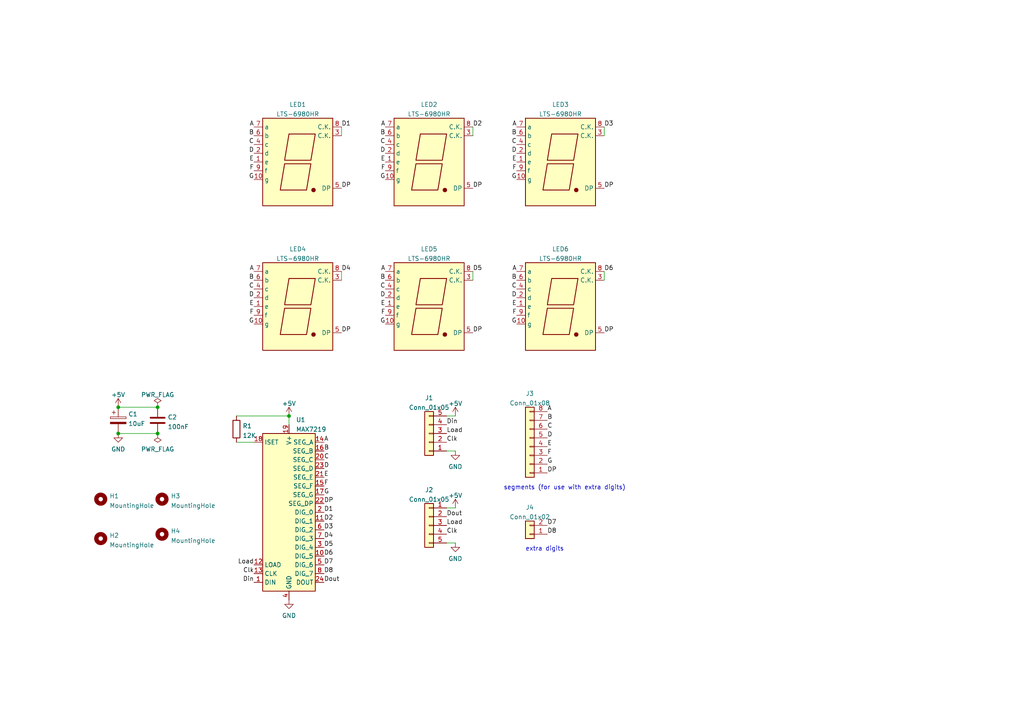
<source format=kicad_sch>
(kicad_sch (version 20211123) (generator eeschema)
  (paper "A4")
  (lib_symbols
    (symbol "Connector_Generic:Conn_01x02" (pin_names (offset 1.016) hide)
      (property "Reference" "J" (at 0 2.54 0))
      (property "Value" "Conn_01x02" (at 0 -5.08 0))
      (symbol "Conn_01x02_1_1"
        (rectangle (start -1.27 -2.413) (end 0 -2.667) (stroke (width 0.1524)))
        (rectangle (start -1.27 0.127) (end 0 -0.127) (stroke (width 0.1524)))
        (rectangle (start -1.27 1.27) (end 1.27 -3.81) (stroke (width 0.254)) (fill (type background)))
        (pin passive line (at -5.08 0 0) (length 3.81) (name "Pin_1") (number "1"))
        (pin passive line (at -5.08 -2.54 0) (length 3.81) (name "Pin_2") (number "2"))
      )
    )
    (symbol "Connector_Generic:Conn_01x05" (pin_names (offset 1.016) hide)
      (property "Reference" "J" (at 0 7.62 0))
      (property "Value" "Conn_01x05" (at 0 -7.62 0))
      (symbol "Conn_01x05_1_1"
        (rectangle (start -1.27 -4.953) (end 0 -5.207) (stroke (width 0.1524)))
        (rectangle (start -1.27 -2.413) (end 0 -2.667) (stroke (width 0.1524)))
        (rectangle (start -1.27 0.127) (end 0 -0.127) (stroke (width 0.1524)))
        (rectangle (start -1.27 2.667) (end 0 2.413) (stroke (width 0.1524)))
        (rectangle (start -1.27 5.207) (end 0 4.953) (stroke (width 0.1524)))
        (rectangle (start -1.27 6.35) (end 1.27 -6.35) (stroke (width 0.254)) (fill (type background)))
        (pin passive line (at -5.08 5.08 0) (length 3.81) (name "Pin_1") (number "1"))
        (pin passive line (at -5.08 2.54 0) (length 3.81) (name "Pin_2") (number "2"))
        (pin passive line (at -5.08 0 0) (length 3.81) (name "Pin_3") (number "3"))
        (pin passive line (at -5.08 -2.54 0) (length 3.81) (name "Pin_4") (number "4"))
        (pin passive line (at -5.08 -5.08 0) (length 3.81) (name "Pin_5") (number "5"))
      )
    )
    (symbol "Connector_Generic:Conn_01x08" (pin_names (offset 1.016) hide)
      (property "Reference" "J" (at 0 10.16 0))
      (property "Value" "Conn_01x08" (at 0 -12.7 0))
      (symbol "Conn_01x08_1_1"
        (rectangle (start -1.27 -10.033) (end 0 -10.287) (stroke (width 0.1524)))
        (rectangle (start -1.27 -7.493) (end 0 -7.747) (stroke (width 0.1524)))
        (rectangle (start -1.27 -4.953) (end 0 -5.207) (stroke (width 0.1524)))
        (rectangle (start -1.27 -2.413) (end 0 -2.667) (stroke (width 0.1524)))
        (rectangle (start -1.27 0.127) (end 0 -0.127) (stroke (width 0.1524)))
        (rectangle (start -1.27 2.667) (end 0 2.413) (stroke (width 0.1524)))
        (rectangle (start -1.27 5.207) (end 0 4.953) (stroke (width 0.1524)))
        (rectangle (start -1.27 7.747) (end 0 7.493) (stroke (width 0.1524)))
        (rectangle (start -1.27 8.89) (end 1.27 -11.43) (stroke (width 0.254)) (fill (type background)))
        (pin passive line (at -5.08 7.62 0) (length 3.81) (name "Pin_1") (number "1"))
        (pin passive line (at -5.08 5.08 0) (length 3.81) (name "Pin_2") (number "2"))
        (pin passive line (at -5.08 2.54 0) (length 3.81) (name "Pin_3") (number "3"))
        (pin passive line (at -5.08 0 0) (length 3.81) (name "Pin_4") (number "4"))
        (pin passive line (at -5.08 -2.54 0) (length 3.81) (name "Pin_5") (number "5"))
        (pin passive line (at -5.08 -5.08 0) (length 3.81) (name "Pin_6") (number "6"))
        (pin passive line (at -5.08 -7.62 0) (length 3.81) (name "Pin_7") (number "7"))
        (pin passive line (at -5.08 -10.16 0) (length 3.81) (name "Pin_8") (number "8"))
      )
    )
    (symbol "Device:C" (pin_numbers hide) (pin_names (offset 0.254))
      (property "Reference" "C" (at 0.635 2.54 0))
      (property "Value" "C" (at 0.635 -2.54 0))
      (symbol "C_0_1"
        (polyline (pts (xy -2.032 -0.762) (xy 2.032 -0.762)) (stroke (width 0.508)))
        (polyline (pts (xy -2.032 0.762) (xy 2.032 0.762)) (stroke (width 0.508)))
      )
      (symbol "C_1_1"
        (pin passive line (at 0 3.81 270) (length 2.794) (name "~") (number "1"))
        (pin passive line (at 0 -3.81 90) (length 2.794) (name "~") (number "2"))
      )
    )
    (symbol "Device:C_Polarized" (pin_numbers hide) (pin_names (offset 0.254))
      (property "Reference" "C" (at 0.635 2.54 0))
      (property "Value" "C_Polarized" (at 0.635 -2.54 0))
      (symbol "C_Polarized_0_1"
        (rectangle (start -2.286 0.508) (end 2.286 1.016))
        (polyline (pts (xy -1.778 2.286) (xy -0.762 2.286)))
        (polyline (pts (xy -1.27 2.794) (xy -1.27 1.778)))
        (rectangle (start 2.286 -0.508) (end -2.286 -1.016) (fill (type outline)))
      )
      (symbol "C_Polarized_1_1"
        (pin passive line (at 0 3.81 270) (length 2.794) (name "~") (number "1"))
        (pin passive line (at 0 -3.81 90) (length 2.794) (name "~") (number "2"))
      )
    )
    (symbol "Device:R" (pin_numbers hide) (pin_names (offset 0))
      (property "Reference" "R" (at 2.032 0 90))
      (property "Value" "R" (at 0 0 90))
      (symbol "R_0_1"
        (rectangle (start -1.016 -2.54) (end 1.016 2.54) (stroke (width 0.254)))
      )
      (symbol "R_1_1"
        (pin passive line (at 0 3.81 270) (length 1.27) (name "~") (number "1"))
        (pin passive line (at 0 -3.81 90) (length 1.27) (name "~") (number "2"))
      )
    )
    (symbol "Display_Character:LTS-6980HR"
      (property "Reference" "AFF" (at -7.874 13.97 0))
      (property "Value" "LTS-6980HR" (at 4.064 13.97 0))
      (symbol "LTS-6980HR_0_1"
        (rectangle (start -10.16 12.7) (end 10.16 -12.7) (stroke (width 0.254)) (fill (type background)))
        (polyline (pts (xy -3.81 -0.508) (xy 3.81 -0.508) (xy 2.54 -8.128) (xy -5.08 -8.128) (xy -3.81 -0.508) (xy -3.81 -0.508)) (stroke (width 0.254)))
        (polyline (pts (xy -2.54 8.128) (xy 5.08 8.128) (xy 3.81 0.508) (xy -3.81 0.508) (xy -2.54 8.128) (xy -2.54 8.128)) (stroke (width 0.254)))
        (circle (center 4.572 -8.128) (radius 0.508) (stroke (width 0.254)) (fill (type outline)))
      )
      (symbol "LTS-6980HR_1_1"
        (pin passive line (at -12.7 0 0) (length 2.54) (name "e") (number "1"))
        (pin passive line (at -12.7 -5.08 0) (length 2.54) (name "g") (number "10"))
        (pin passive line (at -12.7 2.54 0) (length 2.54) (name "d") (number "2"))
        (pin passive line (at 12.7 7.62 180) (length 2.54) (name "C.K.") (number "3"))
        (pin passive line (at -12.7 5.08 0) (length 2.54) (name "c") (number "4"))
        (pin passive line (at 12.7 -7.62 180) (length 2.54) (name "DP") (number "5"))
        (pin passive line (at -12.7 7.62 0) (length 2.54) (name "b") (number "6"))
        (pin passive line (at -12.7 10.16 0) (length 2.54) (name "a") (number "7"))
        (pin passive line (at 12.7 10.16 180) (length 2.54) (name "C.K.") (number "8"))
        (pin passive line (at -12.7 -2.54 0) (length 2.54) (name "f") (number "9"))
      )
    )
    (symbol "Driver_LED:MAX7219"
      (property "Reference" "U" (at -6.35 24.13 0))
      (property "Value" "MAX7219" (at 1.27 25.4 0))
      (symbol "MAX7219_0_1"
        (rectangle (start -7.62 22.86) (end 7.62 -22.86) (stroke (width 0.254)) (fill (type background)))
      )
      (symbol "MAX7219_1_1"
        (pin input line (at -10.16 -20.32 0) (length 2.54) (name "DIN") (number "1"))
        (pin output line (at 10.16 -12.7 180) (length 2.54) (name "DIG_5") (number "10"))
        (pin output line (at 10.16 -2.54 180) (length 2.54) (name "DIG_1") (number "11"))
        (pin input line (at -10.16 -15.24 0) (length 2.54) (name "LOAD") (number "12"))
        (pin input line (at -10.16 -17.78 0) (length 2.54) (name "CLK") (number "13"))
        (pin output line (at 10.16 20.32 180) (length 2.54) (name "SEG_A") (number "14"))
        (pin output line (at 10.16 7.62 180) (length 2.54) (name "SEG_F") (number "15"))
        (pin output line (at 10.16 17.78 180) (length 2.54) (name "SEG_B") (number "16"))
        (pin output line (at 10.16 5.08 180) (length 2.54) (name "SEG_G") (number "17"))
        (pin input line (at -10.16 20.32 0) (length 2.54) (name "ISET") (number "18"))
        (pin power_in line (at 0 25.4 270) (length 2.54) (name "V+") (number "19"))
        (pin output line (at 10.16 0 180) (length 2.54) (name "DIG_0") (number "2"))
        (pin output line (at 10.16 15.24 180) (length 2.54) (name "SEG_C") (number "20"))
        (pin output line (at 10.16 10.16 180) (length 2.54) (name "SEG_E") (number "21"))
        (pin output line (at 10.16 2.54 180) (length 2.54) (name "SEG_DP") (number "22"))
        (pin output line (at 10.16 12.7 180) (length 2.54) (name "SEG_D") (number "23"))
        (pin output line (at 10.16 -20.32 180) (length 2.54) (name "DOUT") (number "24"))
        (pin output line (at 10.16 -10.16 180) (length 2.54) (name "DIG_4") (number "3"))
        (pin power_in line (at 0 -25.4 90) (length 2.54) (name "GND") (number "4"))
        (pin output line (at 10.16 -15.24 180) (length 2.54) (name "DIG_6") (number "5"))
        (pin output line (at 10.16 -5.08 180) (length 2.54) (name "DIG_2") (number "6"))
        (pin output line (at 10.16 -7.62 180) (length 2.54) (name "DIG_3") (number "7"))
        (pin output line (at 10.16 -17.78 180) (length 2.54) (name "DIG_7") (number "8"))
        (pin passive line (at 0 -25.4 90) (length 2.54) hide (name "GND") (number "9"))
      )
    )
    (symbol "Mechanical:MountingHole" (pin_names (offset 1.016))
      (property "Reference" "H" (at 0 5.08 0))
      (property "Value" "MountingHole" (at 0 3.175 0))
      (symbol "MountingHole_0_1"
        (circle (center 0 0) (radius 1.27) (stroke (width 1.27)))
      )
    )
    (symbol "power:+5V" (power) (pin_names (offset 0))
      (property "Value" "+5V" (at 0 3.556 0))
      (symbol "+5V_0_1"
        (polyline (pts (xy -0.762 1.27) (xy 0 2.54)))
        (polyline (pts (xy 0 0) (xy 0 2.54)))
        (polyline (pts (xy 0 2.54) (xy 0.762 1.27)))
      )
      (symbol "+5V_1_1"
        (pin power_in line (at 0 0 90) (length 0) hide (name "+5V") (number "1"))
      )
    )
    (symbol "power:GND" (power) (pin_names (offset 0))
      (property "Value" "GND" (at 0 -3.81 0))
      (symbol "GND_0_1"
        (polyline (pts (xy 0 0) (xy 0 -1.27) (xy 1.27 -1.27) (xy 0 -2.54) (xy -1.27 -1.27) (xy 0 -1.27)))
      )
      (symbol "GND_1_1"
        (pin power_in line (at 0 0 270) (length 0) hide (name "GND") (number "1"))
      )
    )
    (symbol "power:PWR_FLAG" (power) (pin_numbers hide) (pin_names (offset 0) hide)
      (property "Value" "PWR_FLAG" (at 0 3.81 0))
      (symbol "PWR_FLAG_0_0"
        (pin power_out line (at 0 0 90) (length 0) (name "pwr") (number "1"))
      )
      (symbol "PWR_FLAG_0_1"
        (polyline (pts (xy 0 0) (xy 0 1.27) (xy -1.016 1.905) (xy 0 2.54) (xy 1.016 1.905) (xy 0 1.27)))
      )
    )
  )
  (junction (at 34.29 118.11))
  (junction (at 45.72 125.73))
  (junction (at 83.82 120.65))
  (junction (at 34.29 125.73))
  (junction (at 45.72 118.11))
  (wire (pts (xy 137.16 36.83) (xy 137.16 39.37)))
  (wire (pts (xy 129.54 157.48) (xy 132.08 157.48)))
  (wire (pts (xy 34.29 125.73) (xy 45.72 125.73)))
  (wire (pts (xy 129.54 120.65) (xy 132.08 120.65)))
  (wire (pts (xy 175.26 78.74) (xy 175.26 81.28)))
  (wire (pts (xy 68.58 128.27) (xy 73.66 128.27)))
  (wire (pts (xy 34.29 118.11) (xy 45.72 118.11)))
  (wire (pts (xy 83.82 120.65) (xy 68.58 120.65)))
  (wire (pts (xy 129.54 147.32) (xy 132.08 147.32)))
  (wire (pts (xy 175.26 36.83) (xy 175.26 39.37)))
  (wire (pts (xy 99.06 36.83) (xy 99.06 39.37)))
  (wire (pts (xy 99.06 78.74) (xy 99.06 81.28)))
  (wire (pts (xy 137.16 78.74) (xy 137.16 81.28)))
  (wire (pts (xy 83.82 123.19) (xy 83.82 120.65)))
  (wire (pts (xy 129.54 130.81) (xy 132.08 130.81)))
  (text "segments (for use with extra digits)" (at 146.05 142.24 0) (effects (font (size 1.27 1.27)) (justify left bottom)))
  (text "extra digits" (at 152.4 160.02 0) (effects (font (size 1.27 1.27)) (justify left bottom)))
  (label "C" (at 73.66 41.91 180))
  (label "Load" (at 129.54 152.4 0))
  (label "E" (at 111.76 46.99 180))
  (label "Load" (at 129.54 125.73 0))
  (label "C" (at 93.98 133.35 0))
  (label "A" (at 111.76 78.74 180))
  (label "DP" (at 93.98 146.05 0))
  (label "E" (at 111.76 88.9 180))
  (label "A" (at 73.66 78.74 180))
  (label "D3" (at 93.98 153.67 0))
  (label "F" (at 111.76 49.53 180))
  (label "D" (at 73.66 44.45 180))
  (label "E" (at 158.75 129.54 0))
  (label "G" (at 93.98 143.51 0))
  (label "F" (at 149.86 49.53 180))
  (label "F" (at 73.66 91.44 180))
  (label "D2" (at 137.16 36.83 0))
  (label "Clk" (at 73.66 166.37 180))
  (label "C" (at 111.76 83.82 180))
  (label "D" (at 73.66 86.36 180))
  (label "A" (at 149.86 36.83 180))
  (label "DP" (at 137.16 54.61 0))
  (label "DP" (at 175.26 96.52 0))
  (label "E" (at 149.86 88.9 180))
  (label "E" (at 73.66 46.99 180))
  (label "D1" (at 99.06 36.83 0))
  (label "E" (at 73.66 88.9 180))
  (label "DP" (at 99.06 96.52 0))
  (label "Din" (at 129.54 123.19 0))
  (label "A" (at 149.86 78.74 180))
  (label "D" (at 93.98 135.89 0))
  (label "E" (at 93.98 138.43 0))
  (label "DP" (at 137.16 96.52 0))
  (label "Clk" (at 129.54 128.27 0))
  (label "F" (at 149.86 91.44 180))
  (label "D" (at 149.86 86.36 180))
  (label "B" (at 111.76 81.28 180))
  (label "A" (at 93.98 128.27 0))
  (label "F" (at 93.98 140.97 0))
  (label "G" (at 149.86 52.07 180))
  (label "A" (at 111.76 36.83 180))
  (label "F" (at 111.76 91.44 180))
  (label "C" (at 73.66 83.82 180))
  (label "D3" (at 175.26 36.83 0))
  (label "B" (at 73.66 81.28 180))
  (label "D" (at 158.75 127 0))
  (label "D" (at 111.76 86.36 180))
  (label "D6" (at 93.98 161.29 0))
  (label "DP" (at 158.75 137.16 0))
  (label "C" (at 111.76 41.91 180))
  (label "DP" (at 175.26 54.61 0))
  (label "Dout" (at 93.98 168.91 0))
  (label "A" (at 73.66 36.83 180))
  (label "D8" (at 158.75 154.94 0))
  (label "D6" (at 175.26 78.74 0))
  (label "D5" (at 137.16 78.74 0))
  (label "C" (at 149.86 83.82 180))
  (label "Clk" (at 129.54 154.94 0))
  (label "B" (at 158.75 121.92 0))
  (label "G" (at 73.66 52.07 180))
  (label "F" (at 73.66 49.53 180))
  (label "G" (at 73.66 93.98 180))
  (label "A" (at 158.75 119.38 0))
  (label "E" (at 149.86 46.99 180))
  (label "B" (at 149.86 81.28 180))
  (label "B" (at 73.66 39.37 180))
  (label "DP" (at 99.06 54.61 0))
  (label "D7" (at 158.75 152.4 0))
  (label "G" (at 158.75 134.62 0))
  (label "D2" (at 93.98 151.13 0))
  (label "Din" (at 73.66 168.91 180))
  (label "D8" (at 93.98 166.37 0))
  (label "G" (at 111.76 52.07 180))
  (label "D4" (at 99.06 78.74 0))
  (label "D4" (at 93.98 156.21 0))
  (label "F" (at 158.75 132.08 0))
  (label "D5" (at 93.98 158.75 0))
  (label "G" (at 149.86 93.98 180))
  (label "B" (at 93.98 130.81 0))
  (label "C" (at 149.86 41.91 180))
  (label "G" (at 111.76 93.98 180))
  (label "C" (at 158.75 124.46 0))
  (label "D1" (at 93.98 148.59 0))
  (label "Load" (at 73.66 163.83 180))
  (label "B" (at 111.76 39.37 180))
  (label "B" (at 149.86 39.37 180))
  (label "Dout" (at 129.54 149.86 0))
  (label "D" (at 149.86 44.45 180))
  (label "D" (at 111.76 44.45 180))
  (label "D7" (at 93.98 163.83 0))
  (symbol (lib_id "power:PWR_FLAG") (at 45.72 125.73 180) (unit 1)
    (property "Reference" "#FLG0102" (effects hide))
    (property "Value" "PWR_FLAG" (at 45.72 130.2925 0))
  )
  (symbol (lib_id "Display_Character:LTS-6980HR") (at 124.46 46.99 0) (unit 1)
    (property "Reference" "LED2" (at 124.46 30.3235 0))
    (property "Value" "LTS-6980HR" (at 124.46 33.0986 0))
    (property "Footprint" "Display_7Segment:7SegmentLED_LTS6760_LTS6780" (effects hide))
    (property "Datasheet" "http://datasheet.octopart.com/LTS-6960HR-Lite-On-datasheet-11803242.pdf" (effects hide))
  )
  (symbol (lib_id "Connector_Generic:Conn_01x02") (at 153.67 154.94 180) (unit 1)
    (property "Reference" "J4" (at 153.67 147.1635 0))
    (property "Value" "Conn_01x02" (at 153.67 149.9386 0))
    (property "Footprint" "Connector_PinHeader_2.54mm:PinHeader_1x02_P2.54mm_Vertical" (effects hide))
  )
  (symbol (lib_id "Display_Character:LTS-6980HR") (at 86.36 88.9 0) (unit 1)
    (property "Reference" "LED4" (at 86.36 72.2335 0))
    (property "Value" "LTS-6980HR" (at 86.36 75.0086 0))
    (property "Footprint" "Display_7Segment:7SegmentLED_LTS6760_LTS6780" (effects hide))
    (property "Datasheet" "http://datasheet.octopart.com/LTS-6960HR-Lite-On-datasheet-11803242.pdf" (effects hide))
  )
  (symbol (lib_id "Mechanical:MountingHole") (at 46.99 154.94 0) (unit 1)
    (property "Reference" "H4" (at 49.53 154.0315 0) (effects (justify left)))
    (property "Value" "MountingHole" (at 49.53 156.8066 0) (effects (justify left)))
    (property "Footprint" "MountingHole:MountingHole_3.2mm_M3" (effects hide))
  )
  (symbol (lib_id "Device:R") (at 68.58 124.46 0) (unit 1)
    (property "Reference" "R1" (at 70.358 123.5515 0) (effects (justify left)))
    (property "Value" "12K" (at 70.358 126.3266 0) (effects (justify left)))
    (property "Footprint" "Resistor_THT:R_Axial_DIN0204_L3.6mm_D1.6mm_P7.62mm_Horizontal" (effects hide))
  )
  (symbol (lib_id "power:GND") (at 132.08 157.48 0) (unit 1)
    (property "Reference" "#PWR0105" (effects hide))
    (property "Value" "GND" (at 132.08 162.0425 0))
  )
  (symbol (lib_id "Mechanical:MountingHole") (at 29.21 144.78 0) (unit 1)
    (property "Reference" "H1" (at 31.75 143.8715 0) (effects (justify left)))
    (property "Value" "MountingHole" (at 31.75 146.6466 0) (effects (justify left)))
    (property "Footprint" "MountingHole:MountingHole_3.2mm_M3" (effects hide))
  )
  (symbol (lib_id "power:+5V") (at 132.08 120.65 0) (unit 1)
    (property "Reference" "#PWR0102" (effects hide))
    (property "Value" "+5V" (at 132.08 117.0455 0))
  )
  (symbol (lib_id "power:GND") (at 83.82 173.99 0) (unit 1)
    (property "Reference" "#PWR0108" (effects hide))
    (property "Value" "GND" (at 83.82 178.5525 0))
  )
  (symbol (lib_id "Display_Character:LTS-6980HR") (at 124.46 88.9 0) (unit 1)
    (property "Reference" "LED5" (at 124.46 72.2335 0))
    (property "Value" "LTS-6980HR" (at 124.46 75.0086 0))
    (property "Footprint" "Display_7Segment:7SegmentLED_LTS6760_LTS6780" (effects hide))
    (property "Datasheet" "http://datasheet.octopart.com/LTS-6960HR-Lite-On-datasheet-11803242.pdf" (effects hide))
  )
  (symbol (lib_id "power:PWR_FLAG") (at 45.72 118.11 0) (unit 1)
    (property "Reference" "#FLG0101" (effects hide))
    (property "Value" "PWR_FLAG" (at 45.72 114.5055 0))
  )
  (symbol (lib_id "Connector_Generic:Conn_01x05") (at 124.46 152.4 0) (mirror y) (unit 1)
    (property "Reference" "J2" (at 124.46 142.0835 0))
    (property "Value" "Conn_01x05" (at 124.46 144.8586 0))
    (property "Footprint" "Connector_PinHeader_2.54mm:PinHeader_1x05_P2.54mm_Horizontal" (effects hide))
  )
  (symbol (lib_id "power:+5V") (at 34.29 118.11 0) (unit 1)
    (property "Reference" "#PWR0106" (effects hide))
    (property "Value" "+5V" (at 34.29 114.5055 0))
  )
  (symbol (lib_id "Connector_Generic:Conn_01x05") (at 124.46 125.73 180) (unit 1)
    (property "Reference" "J1" (at 124.46 115.4135 0))
    (property "Value" "Conn_01x05" (at 124.46 118.1886 0))
    (property "Footprint" "Connector_PinHeader_2.54mm:PinHeader_1x05_P2.54mm_Horizontal" (effects hide))
  )
  (symbol (lib_id "power:+5V") (at 83.82 120.65 0) (unit 1)
    (property "Reference" "#PWR0101" (effects hide))
    (property "Value" "+5V" (at 83.82 117.0455 0))
  )
  (symbol (lib_id "Connector_Generic:Conn_01x08") (at 153.67 129.54 180) (unit 1)
    (property "Reference" "J3" (at 153.67 114.1435 0))
    (property "Value" "Conn_01x08" (at 153.67 116.9186 0))
    (property "Footprint" "Connector_PinHeader_2.54mm:PinHeader_1x08_P2.54mm_Vertical" (effects hide))
  )
  (symbol (lib_id "Display_Character:LTS-6980HR") (at 162.56 46.99 0) (unit 1)
    (property "Reference" "LED3" (at 162.56 30.3235 0))
    (property "Value" "LTS-6980HR" (at 162.56 33.0986 0))
    (property "Footprint" "Display_7Segment:7SegmentLED_LTS6760_LTS6780" (effects hide))
    (property "Datasheet" "http://datasheet.octopart.com/LTS-6960HR-Lite-On-datasheet-11803242.pdf" (effects hide))
  )
  (symbol (lib_id "Mechanical:MountingHole") (at 46.99 144.78 0) (unit 1)
    (property "Reference" "H3" (at 49.53 143.8715 0) (effects (justify left)))
    (property "Value" "MountingHole" (at 49.53 146.6466 0) (effects (justify left)))
    (property "Footprint" "MountingHole:MountingHole_3.2mm_M3" (effects hide))
  )
  (symbol (lib_id "Display_Character:LTS-6980HR") (at 86.36 46.99 0) (unit 1)
    (property "Reference" "LED1" (at 86.36 30.3235 0))
    (property "Value" "LTS-6980HR" (at 86.36 33.0986 0))
    (property "Footprint" "Display_7Segment:7SegmentLED_LTS6760_LTS6780" (effects hide))
    (property "Datasheet" "http://datasheet.octopart.com/LTS-6960HR-Lite-On-datasheet-11803242.pdf" (effects hide))
  )
  (symbol (lib_id "Mechanical:MountingHole") (at 29.21 156.21 0) (unit 1)
    (property "Reference" "H2" (at 31.75 155.3015 0) (effects (justify left)))
    (property "Value" "MountingHole" (at 31.75 158.0766 0) (effects (justify left)))
    (property "Footprint" "MountingHole:MountingHole_3.2mm_M3" (effects hide))
  )
  (symbol (lib_id "Driver_LED:MAX7219") (at 83.82 148.59 0) (unit 1)
    (property "Reference" "U1" (at 85.8394 121.7635 0) (effects (justify left)))
    (property "Value" "MAX7219" (at 85.8394 124.5386 0) (effects (justify left)))
    (property "Footprint" "Package_SO:SOP-24_7.5x15.4mm_P1.27mm" (effects hide))
    (property "Datasheet" "https://datasheets.maximintegrated.com/en/ds/MAX7219-MAX7221.pdf" (effects hide))
  )
  (symbol (lib_id "power:GND") (at 132.08 130.81 0) (unit 1)
    (property "Reference" "#PWR0104" (effects hide))
    (property "Value" "GND" (at 132.08 135.3725 0))
  )
  (symbol (lib_id "Device:C") (at 45.72 121.92 0) (unit 1)
    (property "Reference" "C2" (at 48.641 121.0115 0) (effects (justify left)))
    (property "Value" "100nF" (at 48.641 123.7866 0) (effects (justify left)))
    (property "Footprint" "Capacitor_THT:C_Disc_D5.0mm_W2.5mm_P2.50mm" (effects hide))
  )
  (symbol (lib_id "Device:C_Polarized") (at 34.29 121.92 0) (unit 1)
    (property "Reference" "C1" (at 37.211 120.1225 0) (effects (justify left)))
    (property "Value" "10uF" (at 37.211 122.8976 0) (effects (justify left)))
    (property "Footprint" "Capacitor_THT:CP_Radial_D5.0mm_P2.00mm" (effects hide))
  )
  (symbol (lib_id "Display_Character:LTS-6980HR") (at 162.56 88.9 0) (unit 1)
    (property "Reference" "LED6" (at 162.56 72.2335 0))
    (property "Value" "LTS-6980HR" (at 162.56 75.0086 0))
    (property "Footprint" "Display_7Segment:7SegmentLED_LTS6760_LTS6780" (effects hide))
    (property "Datasheet" "http://datasheet.octopart.com/LTS-6960HR-Lite-On-datasheet-11803242.pdf" (effects hide))
  )
  (symbol (lib_id "power:+5V") (at 132.08 147.32 0) (unit 1)
    (property "Reference" "#PWR0103" (effects hide))
    (property "Value" "+5V" (at 132.08 143.7155 0))
  )
  (symbol (lib_id "power:GND") (at 34.29 125.73 0) (unit 1)
    (property "Reference" "#PWR0107" (effects hide))
    (property "Value" "GND" (at 34.29 130.2925 0))
  )
)
</source>
